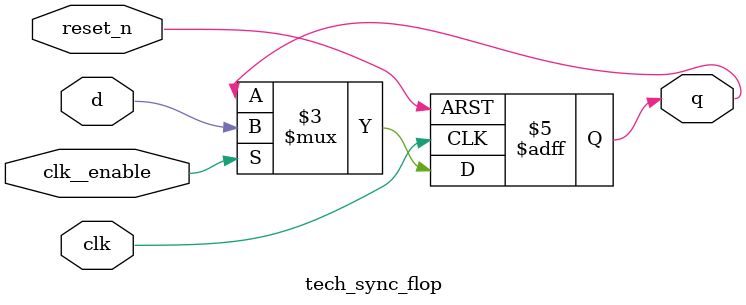
<source format=v>
module tech_sync_bit
(
    clk,
    clk__enable,

    d,
    reset_n,

    q
);

    //b Clocks
        //   Clock to synchronize to
    input clk;
    input clk__enable;

    //b Inputs
        //   Data in
    input d;
        //   Active low reset
    input reset_n;

    //b Outputs
        //   Data out
    output q;

// output components here

    //b Output combinatorials

    //b Output nets

    //b Internal and output registers
    reg s;
    reg q;

    //b Internal combinatorials

    //b Internal nets

    //b Clock gating module instances
    //b Module instances
    //b logic clock process
    always @( posedge clk or negedge reset_n)
    begin : logic__code
        if (reset_n==1'b0)
        begin
            s <= 1'h0;
            q <= 1'h0;
        end
        else if (clk__enable)
        begin
            s <= d;
            q <= s;
        end //if
    end //always

endmodule // tech_sync_bit
module tech_sync_flop
(
    clk,
    clk__enable,

    d,
    reset_n,

    q
);

    //b Clocks
        //   Clock to synchronize to
    input clk;
    input clk__enable;

    //b Inputs
        //   Data in
    input d;
        //   Active low reset
    input reset_n;

    //b Outputs
        //   Data out
    output q;

// output components here

    //b Output combinatorials

    //b Output nets

    //b Internal and output registers
    reg q;

    //b Internal combinatorials

    //b Internal nets

    //b Clock gating module instances
    //b Module instances
    //b logic clock process
    always @( posedge clk or negedge reset_n)
    begin : logic__code
        if (reset_n==1'b0)
        begin
            q <= 1'h0;
        end
        else if (clk__enable)
        begin
            q <= d;
        end //if
    end //always

endmodule // tech_sync_flop

</source>
